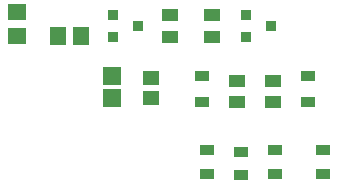
<source format=gbp>
G04 Layer_Color=16770453*
%FSLAX42Y42*%
%MOMM*%
G71*
G01*
G75*
%ADD11R,1.45X1.05*%
%ADD13R,1.30X0.90*%
%ADD30R,0.91X0.81*%
%ADD31R,1.45X1.25*%
%ADD32R,1.55X1.55*%
%ADD33R,1.55X1.35*%
%ADD34R,1.35X1.55*%
D11*
X8710Y7232D02*
D03*
Y7047D02*
D03*
X8410Y7232D02*
D03*
Y7047D02*
D03*
X8190Y7787D02*
D03*
Y7602D02*
D03*
X7840D02*
D03*
Y7787D02*
D03*
D13*
X9010Y7270D02*
D03*
Y7050D02*
D03*
X8110Y7270D02*
D03*
Y7050D02*
D03*
X9130Y6440D02*
D03*
Y6640D02*
D03*
X8730Y6440D02*
D03*
Y6640D02*
D03*
X8440Y6430D02*
D03*
Y6630D02*
D03*
X8150Y6640D02*
D03*
Y6440D02*
D03*
D30*
X7571Y7696D02*
D03*
X7359Y7599D02*
D03*
Y7791D02*
D03*
X8696Y7696D02*
D03*
X8484Y7599D02*
D03*
Y7791D02*
D03*
D31*
X7680Y7253D02*
D03*
Y7088D02*
D03*
D32*
X7350Y7272D02*
D03*
Y7088D02*
D03*
D33*
X6545Y7610D02*
D03*
Y7810D02*
D03*
D34*
X6893Y7610D02*
D03*
X7088D02*
D03*
M02*

</source>
